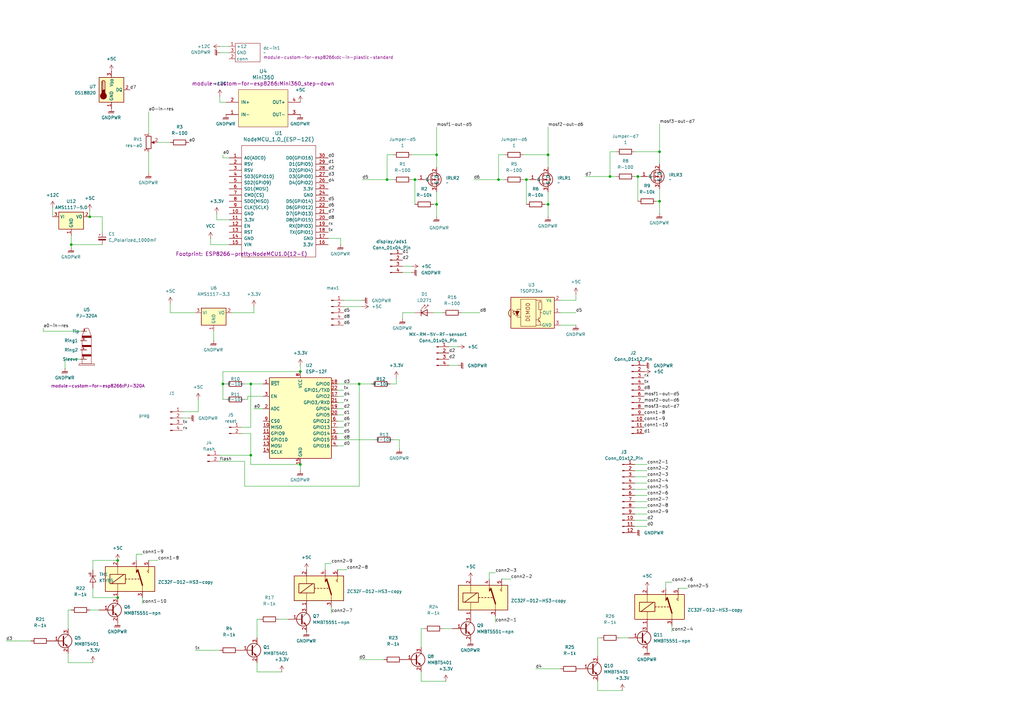
<source format=kicad_sch>
(kicad_sch (version 20231120) (generator "eeschema") (generator_version "8.0")
  (paper "A3")
  (lib_symbols
    (symbol "Connector:Conn_01x02_Pin" (pin_names (offset 1.016) hide)
      (property "Reference" "J" (at 0 2.54 0))
      (property "Value" "Conn_01x02_Pin" (at 0 -5.08 0))
      (symbol "Conn_01x02_Pin_1_1"
        (pin passive line (at 5.08 0 180) (length 3.81) (name "Pin_1") (number "1"))
        (pin passive line (at 5.08 -2.54 180) (length 3.81) (name "Pin_2") (number "2"))
      )
    )
    (symbol "Connector:Conn_01x04_Pin" (pin_names (offset 1.016) hide)
      (property "Reference" "J" (at 0 5.08 0))
      (property "Value" "Conn_01x04_Pin" (at 0 -7.62 0))
      (symbol "Conn_01x04_Pin_1_1"
        (pin passive line (at 5.08 2.54 180) (length 3.81) (name "Pin_1") (number "1"))
        (pin passive line (at 5.08 0 180) (length 3.81) (name "Pin_2") (number "2"))
        (pin passive line (at 5.08 -2.54 180) (length 3.81) (name "Pin_3") (number "3"))
        (pin passive line (at 5.08 -5.08 180) (length 3.81) (name "Pin_4") (number "4"))
      )
    )
    (symbol "Connector:Conn_01x05_Pin" (pin_names (offset 1.016) hide)
      (property "Reference" "J" (at 0 7.62 0))
      (property "Value" "Conn_01x05_Pin" (at 0 -7.62 0))
      (symbol "Conn_01x05_Pin_1_1"
        (pin passive line (at 5.08 5.08 180) (length 3.81) (name "Pin_1") (number "1"))
        (pin passive line (at 5.08 2.54 180) (length 3.81) (name "Pin_2") (number "2"))
        (pin passive line (at 5.08 0 180) (length 3.81) (name "Pin_3") (number "3"))
        (pin passive line (at 5.08 -2.54 180) (length 3.81) (name "Pin_4") (number "4"))
        (pin passive line (at 5.08 -5.08 180) (length 3.81) (name "Pin_5") (number "5"))
      )
    )
    (symbol "Connector:Conn_01x12_Pin" (pin_names (offset 1.016) hide)
      (property "Reference" "J" (at 0 15.24 0))
      (property "Value" "Conn_01x12_Pin" (at 0 -17.78 0))
      (symbol "Conn_01x12_Pin_1_1"
        (pin passive line (at 5.08 12.7 180) (length 3.81) (name "Pin_1") (number "1"))
        (pin passive line (at 5.08 -10.16 180) (length 3.81) (name "Pin_10") (number "10"))
        (pin passive line (at 5.08 -12.7 180) (length 3.81) (name "Pin_11") (number "11"))
        (pin passive line (at 5.08 -15.24 180) (length 3.81) (name "Pin_12") (number "12"))
        (pin passive line (at 5.08 10.16 180) (length 3.81) (name "Pin_2") (number "2"))
        (pin passive line (at 5.08 7.62 180) (length 3.81) (name "Pin_3") (number "3"))
        (pin passive line (at 5.08 5.08 180) (length 3.81) (name "Pin_4") (number "4"))
        (pin passive line (at 5.08 2.54 180) (length 3.81) (name "Pin_5") (number "5"))
        (pin passive line (at 5.08 0 180) (length 3.81) (name "Pin_6") (number "6"))
        (pin passive line (at 5.08 -2.54 180) (length 3.81) (name "Pin_7") (number "7"))
        (pin passive line (at 5.08 -5.08 180) (length 3.81) (name "Pin_8") (number "8"))
        (pin passive line (at 5.08 -7.62 180) (length 3.81) (name "Pin_9") (number "9"))
      )
    )
    (symbol "Device:R_Potentiometer" (pin_names (offset 1.016) hide)
      (property "Reference" "RV" (at -4.445 0 90))
      (property "Value" "R_Potentiometer" (at -2.54 0 90))
      (symbol "R_Potentiometer_1_1"
        (pin passive line (at 0 3.81 270) (length 1.27) (name "1") (number "1"))
        (pin passive line (at 3.81 0 180) (length 1.27) (name "2") (number "2"))
        (pin passive line (at 0 -3.81 90) (length 1.27) (name "3") (number "3"))
      )
    )
    (symbol "ESP8266_import1:NodeMCU_1.0_(ESP-12E)" (pin_names (offset 1.016))
      (property "Reference" "U" (at 0 21.59 0))
      (property "Value" "NodeMCU_1.0_(ESP-12E)" (at 0 -21.59 0))
      (symbol "NodeMCU_1.0_(ESP-12E)_1_1"
        (pin input line (at -20.32 17.78 0) (length 5.08) (name "A0(ADC0)") (number "1"))
        (pin input line (at -20.32 -5.08 0) (length 5.08) (name "GND") (number "10"))
        (pin power_out line (at -20.32 -7.62 0) (length 5.08) (name "3.3V") (number "11"))
        (pin input line (at -20.32 -10.16 0) (length 5.08) (name "EN") (number "12"))
        (pin input line (at -20.32 -12.7 0) (length 5.08) (name "RST") (number "13"))
        (pin power_in line (at -20.32 -15.24 0) (length 5.08) (name "GND") (number "14"))
        (pin power_in line (at -20.32 -17.78 0) (length 5.08) (name "VIN") (number "15"))
        (pin power_out line (at 20.32 -17.78 180) (length 5.08) (name "3.3V") (number "16"))
        (pin power_in line (at 20.32 -15.24 180) (length 5.08) (name "GND") (number "17"))
        (pin bidirectional line (at 20.32 -12.7 180) (length 5.08) (name "TX(GPIO1)") (number "18"))
        (pin bidirectional line (at 20.32 -10.16 180) (length 5.08) (name "RX(DPIO3)") (number "19"))
        (pin input line (at -20.32 15.24 0) (length 5.08) (name "RSV") (number "2"))
        (pin bidirectional line (at 20.32 -7.62 180) (length 5.08) (name "D8(GPIO15)") (number "20"))
        (pin bidirectional line (at 20.32 -5.08 180) (length 5.08) (name "D7(GPIO13)") (number "21"))
        (pin bidirectional line (at 20.32 -2.54 180) (length 5.08) (name "D6(GPIO12)") (number "22"))
        (pin bidirectional line (at 20.32 0 180) (length 5.08) (name "D5(GPIO14)") (number "23"))
        (pin power_in line (at 20.32 2.54 180) (length 5.08) (name "GND") (number "24"))
        (pin power_out line (at 20.32 5.08 180) (length 5.08) (name "3.3V") (number "25"))
        (pin bidirectional line (at 20.32 7.62 180) (length 5.08) (name "D4(GPIO2)") (number "26"))
        (pin bidirectional line (at 20.32 10.16 180) (length 5.08) (name "D3(GPIO0)") (number "27"))
        (pin bidirectional line (at 20.32 12.7 180) (length 5.08) (name "D2(GPIO4)") (number "28"))
        (pin bidirectional line (at 20.32 15.24 180) (length 5.08) (name "D1(GPIO5)") (number "29"))
        (pin input line (at -20.32 12.7 0) (length 5.08) (name "RSV") (number "3"))
        (pin bidirectional line (at 20.32 17.78 180) (length 5.08) (name "D0(GPIO16)") (number "30"))
        (pin bidirectional line (at -20.32 10.16 0) (length 5.08) (name "SD3(GPIO10)") (number "4"))
        (pin bidirectional line (at -20.32 7.62 0) (length 5.08) (name "SD2(GPIO9)") (number "5"))
        (pin bidirectional line (at -20.32 5.08 0) (length 5.08) (name "SD1(MOSI)") (number "6"))
        (pin bidirectional line (at -20.32 2.54 0) (length 5.08) (name "CMD(CS)") (number "7"))
        (pin bidirectional line (at -20.32 0 0) (length 5.08) (name "SDO(MISO)") (number "8"))
        (pin bidirectional line (at -20.32 -2.54 0) (length 5.08) (name "CLK(SCLK)") (number "9"))
      )
    )
    (symbol "Interface_Optical:TSOP23xx" (pin_names (offset 1.016))
      (property "Reference" "U" (at -10.16 7.62 0))
      (property "Value" "TSOP23xx" (at -10.16 -7.62 0))
      (symbol "TSOP23xx_0_0"
        (text "DEMOD" (at -3.175 0.254 900) (effects (font (size 1.524 1.524))))
      )
      (symbol "TSOP23xx_1_1"
        (pin output line (at 10.16 0 180) (length 2.54) (name "OUT") (number "1"))
        (pin power_in line (at 10.16 5.08 180) (length 2.54) (name "Vs") (number "2"))
        (pin power_in line (at 10.16 -5.08 180) (length 2.54) (name "GND") (number "3"))
      )
    )
    (symbol "LED:LD271" (pin_numbers hide) (pin_names (offset 1.016) hide)
      (property "Reference" "D" (at 0.508 1.778 0))
      (property "Value" "LD271" (at -1.016 -2.794 0))
      (symbol "LD271_1_1"
        (pin passive line (at -5.08 0 0) (length 2.54) (name "K") (number "1"))
        (pin passive line (at 2.54 0 180) (length 2.54) (name "A") (number "2"))
      )
    )
    (symbol "RF_Module:ESP-12F"
      (property "Reference" "U" (at -12.7 19.05 0))
      (property "Value" "ESP-12F" (at 12.7 19.05 0))
      (symbol "ESP-12F_1_1"
        (pin input line (at -15.24 15.24 0) (length 2.54) (name "~{RST}") (number "1"))
        (pin bidirectional line (at -15.24 -2.54 0) (length 2.54) (name "MISO") (number "10"))
        (pin bidirectional line (at -15.24 -5.08 0) (length 2.54) (name "GPIO9") (number "11"))
        (pin bidirectional line (at -15.24 -7.62 0) (length 2.54) (name "GPIO10") (number "12"))
        (pin bidirectional line (at -15.24 -10.16 0) (length 2.54) (name "MOSI") (number "13"))
        (pin bidirectional line (at -15.24 -12.7 0) (length 2.54) (name "SCLK") (number "14"))
        (pin power_in line (at 0 -17.78 90) (length 2.54) (name "GND") (number "15"))
        (pin bidirectional line (at 15.24 -7.62 180) (length 2.54) (name "GPIO15") (number "16"))
        (pin bidirectional line (at 15.24 10.16 180) (length 2.54) (name "GPIO2") (number "17"))
        (pin bidirectional line (at 15.24 15.24 180) (length 2.54) (name "GPIO0") (number "18"))
        (pin bidirectional line (at 15.24 5.08 180) (length 2.54) (name "GPIO4") (number "19"))
        (pin input line (at -15.24 5.08 0) (length 2.54) (name "ADC") (number "2"))
        (pin bidirectional line (at 15.24 2.54 180) (length 2.54) (name "GPIO5") (number "20"))
        (pin bidirectional line (at 15.24 7.62 180) (length 2.54) (name "GPIO3/RXD") (number "21"))
        (pin bidirectional line (at 15.24 12.7 180) (length 2.54) (name "GPIO1/TXD") (number "22"))
        (pin input line (at -15.24 10.16 0) (length 2.54) (name "EN") (number "3"))
        (pin bidirectional line (at 15.24 -10.16 180) (length 2.54) (name "GPIO16") (number "4"))
        (pin bidirectional line (at 15.24 -5.08 180) (length 2.54) (name "GPIO14") (number "5"))
        (pin bidirectional line (at 15.24 0 180) (length 2.54) (name "GPIO12") (number "6"))
        (pin bidirectional line (at 15.24 -2.54 180) (length 2.54) (name "GPIO13") (number "7"))
        (pin power_in line (at 0 20.32 270) (length 2.54) (name "VCC") (number "8"))
        (pin input line (at -15.24 0 0) (length 2.54) (name "CS0") (number "9"))
      )
    )
    (symbol "Regulator_Linear:AMS1117-5.0"
      (property "Reference" "U" (at -3.81 3.175 0))
      (property "Value" "AMS1117-5.0" (at 0 3.175 0))
      (symbol "AMS1117-5.0_1_1"
        (pin power_in line (at 0 -7.62 90) (length 2.54) (name "GND") (number "1"))
        (pin power_out line (at 7.62 0 180) (length 2.54) (name "VO") (number "2"))
        (pin power_in line (at -7.62 0 0) (length 2.54) (name "VI") (number "3"))
      )
    )
    (symbol "Sensor_Temperature:DS18B20"
      (property "Reference" "U" (at -3.81 6.35 0))
      (property "Value" "DS18B20" (at 6.35 6.35 0))
      (symbol "DS18B20_1_1"
        (pin power_in line (at 0 -7.62 90) (length 2.54) (name "GND") (number "1"))
        (pin bidirectional line (at 7.62 0 180) (length 2.54) (name "DQ") (number "2"))
        (pin power_in line (at 0 7.62 270) (length 2.54) (name "V_{DD}") (number "3"))
      )
    )
    (symbol "Sensor_Temperature:KTY85" (pin_numbers hide) (pin_names (offset 0) hide)
      (property "Reference" "TH" (at 0 2.54 0))
      (property "Value" "KTY85" (at 0 -3.175 0))
      (symbol "KTY85_1_1"
        (pin passive line (at -3.81 0 0) (length 2.54) (name "K") (number "1"))
        (pin passive line (at 3.81 0 180) (length 2.54) (name "A") (number "2"))
      )
    )
    (symbol "models:AMS1117-3.3"
      (property "Reference" "U" (at -3.81 3.175 0))
      (property "Value" "AMS1117-3.3" (at 0 3.175 0))
      (symbol "AMS1117-3.3_1_1"
        (pin power_in line (at 0 -7.62 90) (length 2.54) (name "GND") (number "1"))
        (pin power_out line (at 7.62 0 180) (length 2.54) (name "VO") (number "2"))
        (pin power_in line (at -7.62 0 0) (length 2.54) (name "VI") (number "3"))
      )
    )
    (symbol "models:IRLR3103"
      (property "Reference" "IRLR3103" (at 8.89 0 0))
      (symbol "IRLR3103_1_1"
        (pin input line (at -6.35 0 0) (length 2.54) (name "G") (number "1"))
        (pin passive line (at 1.27 5.08 270) (length 2.54) (name "D") (number "2"))
        (pin passive line (at 1.27 -5.08 90) (length 2.54) (name "S") (number "3"))
      )
    )
    (symbol "models:MMBT5401-pnp" (pin_names (offset 0) hide)
      (property "Reference" "Q" (at 5.08 1.905 0))
      (property "Value" "MMBT5401" (at 5.08 0 0))
      (symbol "MMBT5401-pnp_1_1"
        (pin input line (at -5.08 0 0) (length 5.715) (name "B") (number "1"))
        (pin passive line (at 2.54 -5.08 90) (length 2.54) (name "E") (number "2"))
        (pin passive line (at 2.54 5.08 270) (length 2.54) (name "C") (number "3"))
      )
    )
    (symbol "models:MMBT5551-npn" (pin_names (offset 0) hide)
      (property "Reference" "Q" (at 5.08 1.905 0))
      (property "Value" "MMBT5551-npn" (at 5.08 0 0))
      (symbol "MMBT5551-npn_1_1"
        (pin input line (at -5.08 0 0) (length 5.715) (name "B") (number "1"))
        (pin passive line (at 2.54 -5.08 90) (length 2.54) (name "E") (number "2"))
        (pin passive line (at 2.54 5.08 270) (length 2.54) (name "C") (number "3"))
      )
    )
    (symbol "models:Mini360" (pin_names (offset 1.016))
      (property "Reference" "U" (at 0 -5.08 0))
      (property "Value" "Mini360" (at 0 5.08 0))
      (property "Footprint" "Mini360_step-down:Mini360_step-down" (at 1.27 -11.43 0))
      (symbol "Mini360_1_1"
        (pin power_in line (at -15.24 -2.54 0) (length 5.08) (name "IN-") (number "1"))
        (pin power_in line (at -15.24 2.54 0) (length 5.08) (name "IN+") (number "2"))
        (pin power_out line (at 15.24 -2.54 180) (length 5.08) (name "OUT-") (number "3"))
        (pin power_out line (at 15.24 2.54 180) (length 5.08) (name "OUT+") (number "4"))
      )
    )
    (symbol "models:PJ-320A" (pin_names (offset 1.016))
      (property "Reference" "U" (at 0 -1.905 0))
      (property "Value" "PJ-320A" (at 0 0 0))
      (property "Footprint" "module-custom-for-esp8266:PJ-320A" (at 0 0 0))
      (symbol "PJ-320A_1_1"
        (pin bidirectional line (at 0 3.81 180) (length 2.54) (name "Sleeve") (number "1"))
        (pin bidirectional line (at 0 15.24 180) (length 2.0066) (name "Tip") (number "2"))
        (pin bidirectional line (at 0 11.43 180) (length 2.54) (name "Ring1") (number "3"))
        (pin bidirectional line (at 0 7.62 180) (length 2.54) (name "Ring2") (number "4"))
      )
    )
    (symbol "models:R-100" (pin_numbers hide) (pin_names (offset 0))
      (property "Reference" "R" (at 2.032 0 90))
      (property "Value" "R-100" (at 0 0 90))
      (symbol "R-100_1_1"
        (pin passive line (at 0 3.81 270) (length 1.27) (name "~") (number "1"))
        (pin passive line (at 0 -3.81 90) (length 1.27) (name "~") (number "2"))
      )
    )
    (symbol "models:R-10k" (pin_numbers hide) (pin_names (offset 0))
      (property "Reference" "R" (at 2.032 0 90))
      (property "Value" "R-10k" (at 0 0 90))
      (symbol "R-10k_1_1"
        (pin passive line (at 0 3.81 270) (length 1.27) (name "~") (number "1"))
        (pin passive line (at 0 -3.81 90) (length 1.27) (name "~") (number "2"))
      )
    )
    (symbol "models:R-1k" (pin_numbers hide) (pin_names (offset 0))
      (property "Reference" "R" (at 2.032 0 90))
      (property "Value" "R-1k" (at 0 0 90))
      (property "JLCPCB Part" "C25905" (at 0 0 0))
      (symbol "R-1k_1_1"
        (pin passive line (at 0 3.81 270) (length 1.27) (name "~") (number "1"))
        (pin passive line (at 0 -3.81 90) (length 1.27) (name "~") (number "2"))
      )
    )
    (symbol "models:ZC32F-012-HS3-copy"
      (property "Reference" "K" (at 11.43 3.81 0))
      (property "Value" "ZC32F-012-HS3-copy" (at 11.43 1.27 0))
      (symbol "ZC32F-012-HS3-copy_1_1"
        (pin passive line (at -5.08 -7.62 90) (length 2.54) (name "~") (number "1"))
        (pin passive line (at -5.08 7.62 270) (length 2.54) (name "~") (number "2"))
        (pin passive line (at 5.08 -7.62 90) (length 2.54) (name "~") (number "3"))
        (pin passive line (at 2.54 7.62 270) (length 2.54) (name "~") (number "4"))
        (pin passive line (at 7.62 7.62 270) (length 2.54) (name "~") (number "5"))
      )
    )
    (symbol "models:c-in-plastic-standard"
      (property "Reference" "dc-in" (at 3.81 2.286 0))
      (property "Footprint" "module-custom-for-esp8266:dc-in-plastic-standard" (at 5.588 4.064 0))
      (symbol "c-in-plastic-standard_1_1"
        (pin input line (at -3.81 0 0) (length 2.54) (name "+12") (number "1"))
        (pin input line (at -3.81 -5.08 0) (length 2.54) (name "conn") (number "2"))
        (pin input line (at -3.81 -2.54 0) (length 2.54) (name "GND") (number "3"))
      )
    )
    (symbol "power:+12C" (power) (pin_numbers hide) (pin_names (offset 0) hide)
      (property "Value" "+12C" (at 0 3.556 0))
      (symbol "+12C_1_1"
        (pin power_in line (at 0 0 90) (length 0) (name "~") (number "1"))
      )
    )
    (symbol "power:+3.3V" (power) (pin_numbers hide) (pin_names (offset 0) hide)
      (property "Value" "+3.3V" (at 0 3.556 0))
      (symbol "+3.3V_1_1"
        (pin power_in line (at 0 0 90) (length 0) (name "~") (number "1"))
      )
    )
    (symbol "power:+5C" (power) (pin_numbers hide) (pin_names (offset 0) hide)
      (property "Value" "+5C" (at 0 3.556 0))
      (symbol "+5C_1_1"
        (pin power_in line (at 0 0 90) (length 0) (name "~") (number "1"))
      )
    )
    (symbol "power:GNDPWR" (power) (pin_numbers hide) (pin_names (offset 0) hide)
      (property "Value" "GNDPWR" (at 0 -3.302 0))
      (symbol "GNDPWR_1_1"
        (pin power_in line (at 0 0 270) (length 0) (name "~") (number "1"))
      )
    )
    (symbol "power:VCC" (power) (pin_numbers hide) (pin_names (offset 0) hide)
      (property "Value" "VCC" (at 0 3.556 0))
      (symbol "VCC_1_1"
        (pin power_in line (at 0 0 90) (length 0) (name "~") (number "1"))
      )
    )
    (symbol "resistor:C_Polarized_Small" (pin_numbers hide) (pin_names (offset 0.254) hide)
      (property "Reference" "C" (at 0.254 1.778 0))
      (property "Value" "C_Polarized_Small" (at 0.254 -2.032 0))
      (symbol "C_Polarized_Small_1_1"
        (pin passive line (at 0 2.54 270) (length 1.8542) (name "~") (number "1"))
        (pin passive line (at 0 -2.54 90) (length 1.8542) (name "~") (number "2"))
      )
    )
    (symbol "resistor:R-base" (pin_numbers hide) (pin_names (offset 0))
      (property "Reference" "R" (at 2.032 0 90))
      (property "Value" "R-base" (at 0 0 90))
      (symbol "R-base_1_1"
        (pin passive line (at 0 3.81 270) (length 1.27) (name "~") (number "1"))
        (pin passive line (at 0 -3.81 90) (length 1.27) (name "~") (number "2"))
      )
    )
  )
  (junction (at 123.19 190.5))
  (junction (at 29.21 100.33))
  (junction (at 261.62 72.39))
  (junction (at 170.18 73.66))
  (junction (at 102.87 186.69))
  (junction (at 36.83 88.9))
  (junction (at 102.87 157.48))
  (junction (at 215.9 73.66))
  (junction (at 179.07 83.82))
  (junction (at 48.26 245.11))
  (junction (at 224.79 63.5))
  (junction (at 158.75 73.66))
  (junction (at 179.07 63.5))
  (junction (at 147.32 157.48))
  (junction (at 204.47 73.66))
  (junction (at 123.19 152.4))
  (junction (at 91.44 157.48))
  (junction (at 250.19 72.39))
  (junction (at 224.79 83.82))
  (junction (at 270.51 82.55))
  (junction (at 48.26 229.87))
  (junction (at 270.51 62.23))
  (wire (pts (xy 21.59 85.09) (xy 21.59 88.9)))
  (wire (pts (xy 261.62 72.39) (xy 262.89 72.39)))
  (wire (pts (xy 270.51 50.8) (xy 270.51 62.23)))
  (wire (pts (xy 162.56 157.48) (xy 162.56 154.94)))
  (wire (pts (xy 203.2 252.73) (xy 203.2 255.27)))
  (wire (pts (xy 224.79 63.5) (xy 214.63 63.5)))
  (wire (pts (xy 100.33 157.48) (xy 102.87 157.48)))
  (wire (pts (xy 38.1 271.78) (xy 27.94 271.78)))
  (wire (pts (xy 204.47 63.5) (xy 207.01 63.5)))
  (wire (pts (xy 275.59 238.76) (xy 273.05 238.76)))
  (wire (pts (xy 161.29 180.34) (xy 163.83 180.34)))
  (wire (pts (xy 41.91 88.9) (xy 36.83 88.9)))
  (wire (pts (xy 147.32 199.39) (xy 147.32 157.48)))
  (wire (pts (xy 165.1 128.27) (xy 170.18 128.27)))
  (wire (pts (xy 184.15 142.24) (xy 187.96 142.24)))
  (wire (pts (xy 138.43 167.64) (xy 140.97 167.64)))
  (wire (pts (xy 69.85 128.27) (xy 80.01 128.27)))
  (wire (pts (xy 91.44 63.5) (xy 91.44 64.77)))
  (wire (pts (xy 38.1 241.3) (xy 38.1 245.11)))
  (wire (pts (xy 269.24 82.55) (xy 270.51 82.55)))
  (wire (pts (xy 255.27 283.21) (xy 245.11 283.21)))
  (wire (pts (xy 270.51 67.31) (xy 270.51 62.23)))
  (wire (pts (xy 138.43 233.68) (xy 142.24 233.68)))
  (wire (pts (xy 88.9 90.17) (xy 93.98 90.17)))
  (wire (pts (xy 240.03 72.39) (xy 250.19 72.39)))
  (wire (pts (xy 64.77 58.42) (xy 69.85 58.42)))
  (wire (pts (xy 138.43 180.34) (xy 153.67 180.34)))
  (wire (pts (xy 140.97 123.19) (xy 148.59 123.19)))
  (wire (pts (xy 90.17 39.37) (xy 90.17 41.91)))
  (wire (pts (xy 229.87 123.19) (xy 236.22 123.19)))
  (wire (pts (xy 26.67 147.32) (xy 26.67 151.13)))
  (wire (pts (xy 260.35 195.58) (xy 265.43 195.58)))
  (wire (pts (xy 223.52 83.82) (xy 224.79 83.82)))
  (wire (pts (xy 80.01 266.7) (xy 90.17 266.7)))
  (wire (pts (xy 27.94 271.78) (xy 27.94 267.97)))
  (wire (pts (xy 182.88 279.4) (xy 172.72 279.4)))
  (wire (pts (xy 86.36 100.33) (xy 93.98 100.33)))
  (wire (pts (xy 219.71 274.32) (xy 229.87 274.32)))
  (wire (pts (xy 148.59 73.66) (xy 158.75 73.66)))
  (wire (pts (xy 138.43 177.8) (xy 140.97 177.8)))
  (wire (pts (xy 140.97 125.73) (xy 148.59 125.73)))
  (wire (pts (xy 115.57 275.59) (xy 105.41 275.59)))
  (wire (pts (xy 114.3 254) (xy 118.11 254)))
  (wire (pts (xy 172.72 257.81) (xy 173.99 257.81)))
  (wire (pts (xy 138.43 182.88) (xy 140.97 182.88)))
  (wire (pts (xy 100.33 199.39) (xy 100.33 189.23)))
  (wire (pts (xy 29.21 96.52) (xy 29.21 100.33)))
  (wire (pts (xy 158.75 63.5) (xy 161.29 63.5)))
  (wire (pts (xy 250.19 72.39) (xy 250.19 62.23)))
  (wire (pts (xy 215.9 73.66) (xy 215.9 83.82)))
  (wire (pts (xy 236.22 123.19) (xy 236.22 120.65)))
  (wire (pts (xy 138.43 170.18) (xy 140.97 170.18)))
  (wire (pts (xy 260.35 190.5) (xy 265.43 190.5)))
  (wire (pts (xy 135.89 248.92) (xy 135.89 251.46)))
  (wire (pts (xy 104.14 125.73) (xy 104.14 128.27)))
  (wire (pts (xy 184.15 149.86) (xy 187.96 149.86)))
  (wire (pts (xy 102.87 190.5) (xy 102.87 186.69)))
  (wire (pts (xy 260.35 203.2) (xy 265.43 203.2)))
  (wire (pts (xy 91.44 152.4) (xy 123.19 152.4)))
  (wire (pts (xy 200.66 234.95) (xy 200.66 237.49)))
  (wire (pts (xy 260.35 72.39) (xy 261.62 72.39)))
  (wire (pts (xy 29.21 100.33) (xy 41.91 100.33)))
  (wire (pts (xy 170.18 73.66) (xy 171.45 73.66)))
  (wire (pts (xy 60.96 45.72) (xy 60.96 54.61)))
  (wire (pts (xy 260.35 213.36) (xy 265.43 213.36)))
  (wire (pts (xy 100.33 163.83) (xy 101.6 163.83)))
  (wire (pts (xy 135.89 231.14) (xy 133.35 231.14)))
  (wire (pts (xy 229.87 128.27) (xy 236.22 128.27)))
  (wire (pts (xy 92.71 163.83) (xy 91.44 163.83)))
  (wire (pts (xy 90.17 21.59) (xy 93.98 21.59)))
  (wire (pts (xy 214.63 73.66) (xy 215.9 73.66)))
  (wire (pts (xy 138.43 175.26) (xy 140.97 175.26)))
  (wire (pts (xy 179.07 52.07) (xy 179.07 63.5)))
  (wire (pts (xy 91.44 152.4) (xy 91.44 157.48)))
  (wire (pts (xy 38.1 229.87) (xy 48.26 229.87)))
  (wire (pts (xy 170.18 73.66) (xy 170.18 83.82)))
  (wire (pts (xy 139.7 97.79) (xy 139.7 100.33)))
  (wire (pts (xy 179.07 68.58) (xy 179.07 63.5)))
  (wire (pts (xy 215.9 73.66) (xy 217.17 73.66)))
  (wire (pts (xy 81.28 163.83) (xy 81.28 168.91)))
  (wire (pts (xy 278.13 241.3) (xy 281.94 241.3)))
  (wire (pts (xy 55.88 227.33) (xy 55.88 229.87)))
  (wire (pts (xy 123.19 190.5) (xy 123.19 193.04)))
  (wire (pts (xy 260.35 215.9) (xy 265.43 215.9)))
  (wire (pts (xy 245.11 283.21) (xy 245.11 279.4)))
  (wire (pts (xy 229.87 133.35) (xy 236.22 133.35)))
  (wire (pts (xy 224.79 68.58) (xy 224.79 63.5)))
  (wire (pts (xy 179.07 83.82) (xy 179.07 88.9)))
  (wire (pts (xy 38.1 245.11) (xy 48.26 245.11)))
  (wire (pts (xy 36.83 250.19) (xy 40.64 250.19)))
  (wire (pts (xy 270.51 62.23) (xy 260.35 62.23)))
  (wire (pts (xy 123.19 190.5) (xy 102.87 190.5)))
  (wire (pts (xy 177.8 83.82) (xy 179.07 83.82)))
  (wire (pts (xy 179.07 63.5) (xy 168.91 63.5)))
  (wire (pts (xy 99.06 175.26) (xy 102.87 175.26)))
  (wire (pts (xy 140.97 162.56) (xy 138.43 162.56)))
  (wire (pts (xy 172.72 265.43) (xy 172.72 257.81)))
  (wire (pts (xy 134.62 97.79) (xy 139.7 97.79)))
  (wire (pts (xy 74.93 171.45) (xy 77.47 171.45)))
  (wire (pts (xy 41.91 95.25) (xy 41.91 88.9)))
  (wire (pts (xy 224.79 83.82) (xy 224.79 78.74)))
  (wire (pts (xy 90.17 19.05) (xy 93.98 19.05)))
  (wire (pts (xy 189.23 128.27) (xy 196.85 128.27)))
  (wire (pts (xy 177.8 128.27) (xy 181.61 128.27)))
  (wire (pts (xy 101.6 162.56) (xy 107.95 162.56)))
  (wire (pts (xy 261.62 72.39) (xy 261.62 82.55)))
  (wire (pts (xy 38.1 233.68) (xy 38.1 229.87)))
  (wire (pts (xy 224.79 52.07) (xy 224.79 63.5)))
  (wire (pts (xy 91.44 157.48) (xy 91.44 163.83)))
  (wire (pts (xy 179.07 83.82) (xy 179.07 78.74)))
  (wire (pts (xy 100.33 199.39) (xy 147.32 199.39)))
  (wire (pts (xy 224.79 83.82) (xy 224.79 88.9)))
  (wire (pts (xy 147.32 270.51) (xy 157.48 270.51)))
  (wire (pts (xy 26.67 147.32) (xy 35.56 147.32)))
  (wire (pts (xy 100.33 189.23) (xy 90.17 189.23)))
  (wire (pts (xy 105.41 275.59) (xy 105.41 271.78)))
  (wire (pts (xy 105.41 254) (xy 106.68 254)))
  (wire (pts (xy 2.54 262.89) (xy 12.7 262.89)))
  (wire (pts (xy 250.19 62.23) (xy 252.73 62.23)))
  (wire (pts (xy 58.42 227.33) (xy 55.88 227.33)))
  (wire (pts (xy 105.41 261.62) (xy 105.41 254)))
  (wire (pts (xy 17.78 135.89) (xy 35.56 135.89)))
  (wire (pts (xy 245.11 261.62) (xy 246.38 261.62)))
  (wire (pts (xy 81.28 168.91) (xy 74.93 168.91)))
  (wire (pts (xy 181.61 257.81) (xy 185.42 257.81)))
  (wire (pts (xy 204.47 73.66) (xy 207.01 73.66)))
  (wire (pts (xy 245.11 269.24) (xy 245.11 261.62)))
  (wire (pts (xy 260.35 205.74) (xy 265.43 205.74)))
  (wire (pts (xy 90.17 41.91) (xy 92.71 41.91)))
  (wire (pts (xy 204.47 73.66) (xy 204.47 63.5)))
  (wire (pts (xy 95.25 128.27) (xy 104.14 128.27)))
  (wire (pts (xy 254 261.62) (xy 257.81 261.62)))
  (wire (pts (xy 270.51 82.55) (xy 270.51 77.47)))
  (wire (pts (xy 86.36 97.79) (xy 86.36 100.33)))
  (wire (pts (xy 172.72 279.4) (xy 172.72 275.59)))
  (wire (pts (xy 133.35 231.14) (xy 133.35 233.68)))
  (wire (pts (xy 250.19 72.39) (xy 252.73 72.39)))
  (wire (pts (xy 102.87 157.48) (xy 102.87 175.26)))
  (wire (pts (xy 138.43 172.72) (xy 140.97 172.72)))
  (wire (pts (xy 27.94 257.81) (xy 27.94 250.19)))
  (wire (pts (xy 165.1 111.76) (xy 168.91 111.76)))
  (wire (pts (xy 158.75 73.66) (xy 158.75 63.5)))
  (wire (pts (xy 123.19 149.86) (xy 123.19 152.4)))
  (wire (pts (xy 270.51 82.55) (xy 270.51 87.63)))
  (wire (pts (xy 102.87 157.48) (xy 107.95 157.48)))
  (wire (pts (xy 168.91 73.66) (xy 170.18 73.66)))
  (wire (pts (xy 165.1 109.22) (xy 168.91 109.22)))
  (wire (pts (xy 194.31 73.66) (xy 204.47 73.66)))
  (wire (pts (xy 158.75 73.66) (xy 161.29 73.66)))
  (wire (pts (xy 163.83 180.34) (xy 163.83 184.15)))
  (wire (pts (xy 140.97 165.1) (xy 138.43 165.1)))
  (wire (pts (xy 91.44 157.48) (xy 92.71 157.48)))
  (wire (pts (xy 160.02 157.48) (xy 162.56 157.48)))
  (wire (pts (xy 36.83 86.36) (xy 36.83 88.9)))
  (wire (pts (xy 60.96 229.87) (xy 64.77 229.87)))
  (wire (pts (xy 88.9 87.63) (xy 88.9 90.17)))
  (wire (pts (xy 58.42 245.11) (xy 58.42 247.65)))
  (wire (pts (xy 102.87 186.69) (xy 90.17 186.69)))
  (wire (pts (xy 101.6 163.83) (xy 101.6 162.56)))
  (wire (pts (xy 138.43 157.48) (xy 147.32 157.48)))
  (wire (pts (xy 17.78 134.62) (xy 17.78 135.89)))
  (wire (pts (xy 260.35 193.04) (xy 265.43 193.04)))
  (wire (pts (xy 60.96 62.23) (xy 60.96 71.12)))
  (wire (pts (xy 87.63 135.89) (xy 87.63 139.7)))
  (wire (pts (xy 260.35 208.28) (xy 265.43 208.28)))
  (wire (pts (xy 165.1 130.81) (xy 165.1 128.27)))
  (wire (pts (xy 205.74 237.49) (xy 209.55 237.49)))
  (wire (pts (xy 29.21 100.33) (xy 29.21 101.6)))
  (wire (pts (xy 102.87 177.8) (xy 102.87 186.69)))
  (wire (pts (xy 104.14 167.64) (xy 107.95 167.64)))
  (wire (pts (xy 27.94 250.19) (xy 29.21 250.19)))
  (wire (pts (xy 99.06 177.8) (xy 102.87 177.8)))
  (wire (pts (xy 91.44 64.77) (xy 93.98 64.77)))
  (wire (pts (xy 140.97 160.02) (xy 138.43 160.02)))
  (wire (pts (xy 260.35 200.66) (xy 265.43 200.66)))
  (wire (pts (xy 69.85 124.46) (xy 69.85 128.27)))
  (wire (pts (xy 260.35 210.82) (xy 265.43 210.82)))
  (wire (pts (xy 275.59 256.54) (xy 275.59 259.08)))
  (wire (pts (xy 147.32 157.48) (xy 152.4 157.48)))
  (wire (pts (xy 260.35 198.12) (xy 265.43 198.12)))
  (wire (pts (xy 273.05 238.76) (xy 273.05 241.3)))
  (wire (pts (xy 203.2 234.95) (xy 200.66 234.95)))
  (label "d2" (at 140.97 167.64 0))
  (label "d8" (at 134.62 90.17 0))
  (label "mosf3-out-d7" (at 270.51 50.8 0))
  (label "conn1-9" (at 58.42 227.33 0))
  (label "d5" (at 236.22 128.27 0))
  (label "rx" (at 140.97 165.1 0))
  (label "conn2-7" (at 265.43 205.74 0))
  (label "conn2-3" (at 203.2 234.95 0))
  (label "a0" (at 77.47 58.42 0))
  (label "conn1-9" (at 264.16 172.72 0))
  (label "tx" (at 80.01 266.7 0))
  (label "d0" (at 134.62 64.77 0))
  (label "a0" (at 91.44 63.5 0))
  (label "tx" (at 140.97 160.02 0))
  (label "conn2-3" (at 265.43 195.58 0))
  (label "mosf1-out-d5" (at 264.16 162.56 0))
  (label "d1" (at 264.16 177.8 0))
  (label "rx" (at 74.93 176.53 0))
  (label "conn2-4" (at 265.43 198.12 0))
  (label "tx" (at 134.62 95.25 0))
  (label "mosf3-out-d7" (at 264.16 167.64 0))
  (label "d3" (at 2.54 262.89 0))
  (label "a0" (at 104.14 167.64 0))
  (label "rx" (at 134.62 92.71 0))
  (label "d7" (at 53.34 36.83 0))
  (label "d2" (at 165.1 106.68 0))
  (label "mosf1-out-d5" (at 179.07 52.07 0))
  (label "d8" (at 140.97 130.81 0))
  (label "d5" (at 148.59 73.66 0))
  (label "d0" (at 147.32 270.51 0))
  (label "conn2-4" (at 275.59 259.08 0))
  (label "flash" (at 90.17 189.23 0))
  (label "d8" (at 264.16 160.02 0))
  (label "conn2-6" (at 265.43 203.2 0))
  (label "d1" (at 165.1 104.14 0))
  (label "d8" (at 140.97 180.34 0))
  (label "d4" (at 140.97 162.56 0))
  (label "conn2-1" (at 203.2 255.27 0))
  (label "d5" (at 140.97 128.27 0))
  (label "conn2-5" (at 281.94 241.3 0))
  (label "d6" (at 134.62 85.09 0))
  (label "d7" (at 134.62 87.63 0))
  (label "conn2-6" (at 275.59 238.76 0))
  (label "d7" (at 240.03 72.39 0))
  (label "conn2-2" (at 209.55 237.49 0))
  (label "conn2-2" (at 265.43 193.04 0))
  (label "conn2-7" (at 135.89 251.46 0))
  (label "d2" (at 184.15 147.32 0))
  (label "d3" (at 134.62 72.39 0))
  (label "d2" (at 265.43 213.36 0))
  (label "d1" (at 134.62 67.31 0))
  (label "mosf2-out-d6" (at 264.16 165.1 0))
  (label "d3" (at 140.97 157.48 0))
  (label "d0" (at 265.43 215.9 0))
  (label "d8" (at 196.85 128.27 0))
  (label "tx" (at 74.93 173.99 0))
  (label "rx" (at 264.16 154.94 0))
  (label "conn2-8" (at 265.43 208.28 0))
  (label "d5" (at 134.62 82.55 0))
  (label "mosf2-out-d6" (at 224.79 52.07 0))
  (label "d1" (at 140.97 170.18 0))
  (label "d2" (at 184.15 144.78 0))
  (label "d6" (at 140.97 133.35 0))
  (label "d6" (at 140.97 172.72 0))
  (label "conn1-8" (at 264.16 170.18 0))
  (label "d2" (at 134.62 69.85 0))
  (label "conn1-10" (at 264.16 175.26 0))
  (label "tx" (at 264.16 157.48 0))
  (label "conn2-1" (at 265.43 190.5 0))
  (label "conn2-8" (at 142.24 233.68 0))
  (label "d4" (at 219.71 274.32 0))
  (label "d7" (at 140.97 175.26 0))
  (label "conn1-8" (at 64.77 229.87 0))
  (label "d5" (at 140.97 177.8 0))
  (label "conn1-10" (at 58.42 247.65 0))
  (label "a0-in-res" (at 60.96 45.72 0))
  (label "d0" (at 140.97 182.88 0))
  (label "conn2-5" (at 265.43 200.66 0))
  (label "conn2-9" (at 135.89 231.14 0))
  (label "d4" (at 134.62 74.93 0))
  (label "a0-in-res" (at 17.78 134.62 0))
  (label "conn2-9" (at 265.43 210.82 0))
  (label "d6" (at 194.31 73.66 0))
  (symbol (lib_id "Connector:Conn_01x04_Pin") (at 160.02 106.68 0) (unit 1)
    (property "Reference" "display/ads1" (at 160.655 99.06 0))
    (property "Value" "Conn_01x04_Pin" (at 160.655 101.6 0))
    (property "Footprint" "Connector_PinHeader_2.54mm:PinHeader_1x04_P2.54mm_Vertical" (effects (hide yes)))
    (property "Description" "Generic connector, single row, 01x04, script generated" (effects (hide yes)))
  )
  (symbol (lib_id "power:+3.3V") (at 38.1 271.78 0) (unit 1)
    (property "Reference" "#PWR048" (effects (hide yes)))
    (property "Value" "+3.3V" (at 38.1 266.7 0))
    (property "Description" "Power symbol creates a global label with name \"+3.3V\"" (effects (hide yes)))
  )
  (symbol (lib_id "models:R-1k") (at 16.51 262.89 270) (unit 1)
    (property "Reference" "R21" (at 16.51 254 90))
    (property "Value" "R-1k" (at 16.51 256.54 90))
    (property "Footprint" "Resistor_SMD:R_0805_2012Metric" (effects (hide yes)))
    (property "Description" "Resistor" (effects (hide yes)))
    (property "LCSC Part" "C25905" (effects (hide yes)))
    (property "Supplier" "LCSCRef" (effects (hide yes)))
  )
  (symbol (lib_id "models:MMBT5551-npn") (at 190.5 257.81 0) (unit 1)
    (property "Reference" "Q9" (at 195.58 256.5399 0) (effects (justify left)))
    (property "Value" "MMBT5551-npn" (at 195.58 259.0799 0) (effects (justify left)))
    (property "Footprint" "Package_TO_SOT_SMD:SOT-23" (effects (hide yes)))
    (property "Datasheet" "www.onsemi.com/pub/Collateral/MMBT5550LT1-D.PDF" (effects (hide yes)))
    (property "Description" "160V 300mW 200@10mA,5V 600mA NPN SOT-23 Bipolar (BJT) ROHS" (effects (hide yes)))
    (property "LCSC Part" "C2145" (effects (hide yes)))
    (property "Supplier" "LCSCRef" (effects (hide yes)))
  )
  (symbol (lib_id "Connector:Conn_01x12_Pin") (at 259.08 162.56 0) (unit 1)
    (property "Reference" "J2" (at 259.715 144.78 0))
    (property "Value" "Conn_01x12_Pin" (at 259.715 147.32 0))
    (property "Footprint" "module-custom-for-esp8266:connector-12-green-mini" (effects (hide yes)))
    (property "Description" "Generic connector, single row, 01x12, script generated" (effects (hide yes)))
  )
  (symbol (lib_id "power:+3.3V") (at 115.57 275.59 0) (unit 1)
    (property "Reference" "#PWR022" (effects (hide yes)))
    (property "Value" "+3.3V" (at 115.57 270.51 0))
    (property "Description" "Power symbol creates a global label with name \"+3.3V\"" (effects (hide yes)))
  )
  (symbol (lib_id "Connector:Conn_01x04_Pin") (at 179.07 144.78 0) (unit 1)
    (property "Reference" "MX-RM-5V-RF-sensor1" (at 179.705 137.16 0))
    (property "Value" "Conn_01x04_Pin" (at 179.705 139.7 0))
    (property "Footprint" "module-custom-for-esp8266:RF_Receiver_433_MHz" (effects (hide yes)))
    (property "Description" "Generic connector, single row, 01x04, script generated" (effects (hide yes)))
  )
  (symbol (lib_id "models:R-10k") (at 96.52 157.48 90) (unit 1)
    (property "Reference" "R10" (at 96.52 155.448 90))
    (property "Value" "R-10k" (at 96.52 157.48 90))
    (property "Footprint" "Resistor_SMD:R_0805_2012Metric" (effects (hide yes)))
    (property "Description" "Resistor" (effects (hide yes)))
    (property "LCSC Part" "C17414" (effects (hide yes)))
    (property "Supplier" "LCSCRef" (effects (hide yes)))
  )
  (symbol (lib_id "models:ZC32F-012-HS3-copy") (at 270.51 248.92 0) (unit 1)
    (property "Reference" "K7" (effects (hide yes)))
    (property "Value" "ZC32F-012-HS3-copy" (at 281.94 250.1899 0) (effects (justify left)))
    (property "Footprint" "module-custom-for-esp8266:ZC32F-012-HS3" (effects (hide yes)))
    (property "Datasheet" "https://standexelectronics.com/wp-content/uploads/datasheet_reed_relay_SIL.pdf" (effects (hide yes)))
    (property "Description" "Standex Meder SIL reed relay, SPDT" (effects (hide yes)))
  )
  (symbol (lib_id "power:+5C") (at 123.19 41.91 0) (unit 1)
    (property "Reference" "#PWR029" (effects (hide yes)))
    (property "Value" "+5C" (at 123.19 36.83 0))
    (property "Description" "Power symbol creates a global label with name \"+5C\"" (effects (hide yes)))
  )
  (symbol (lib_id "models:ZC32F-012-HS3-copy") (at 130.81 241.3 0) (unit 1)
    (property "Reference" "K5" (effects (hide yes)))
    (property "Value" "ZC32F-012-HS3-copy" (at 142.24 242.5699 0) (effects (justify left)))
    (property "Footprint" "module-custom-for-esp8266:ZC32F-012-HS3" (effects (hide yes)))
    (property "Datasheet" "https://standexelectronics.com/wp-content/uploads/datasheet_reed_relay_SIL.pdf" (effects (hide yes)))
    (property "Description" "Standex Meder SIL reed relay, SPDT" (effects (hide yes)))
  )
  (symbol (lib_id "power:+5C") (at 168.91 109.22 270) (unit 1)
    (property "Reference" "#PWR041" (effects (hide yes)))
    (property "Value" "+5C" (at 172.72 109.2199 90) (effects (justify left)))
    (property "Description" "Power symbol creates a global label with name \"+5C\"" (effects (hide yes)))
  )
  (symbol (lib_id "Connector:Conn_01x04_Pin") (at 69.85 171.45 0) (unit 1)
    (property "Reference" "J1" (at 70.485 161.29 0))
    (property "Value" "prog" (at 59.182 170.434 0))
    (property "Footprint" "Connector_PinHeader_2.54mm:PinHeader_1x04_P2.54mm_Vertical" (effects (hide yes)))
    (property "Description" "Generic connector, single row, 01x04, script generated" (effects (hide yes)))
  )
  (symbol (lib_id "Connector:Conn_01x05_Pin") (at 135.89 128.27 0) (unit 1)
    (property "Reference" "max1" (at 136.525 118.11 0))
    (property "Footprint" "Connector_PinHeader_2.54mm:PinHeader_1x05_P2.54mm_Vertical" (effects (hide yes)))
    (property "Description" "Generic connector, single row, 01x05, script generated" (effects (hide yes)))
  )
  (symbol (lib_id "Device:R_Potentiometer") (at 60.96 58.42 0) (unit 1)
    (property "Reference" "RV1" (at 58.42 57.1499 0) (effects (justify right)))
    (property "Value" "res-a0" (at 58.42 59.6899 0) (effects (justify right)))
    (property "Footprint" "Potentiometer_THT:Potentiometer_Bourns_3296W_Vertical" (effects (hide yes)))
    (property "Description" "Potentiometer" (effects (hide yes)))
  )
  (symbol (lib_id "power:GNDPWR") (at 236.22 133.35 0) (unit 1)
    (property "Reference" "#PWR031" (effects (hide yes)))
    (property "Value" "GNDPWR" (at 236.093 137.16 0))
    (property "Description" "Power symbol creates a global label with name \"GNDPWR\" , global ground" (effects (hide yes)))
  )
  (symbol (lib_id "power:+5C") (at 187.96 142.24 270) (unit 1)
    (property "Reference" "#PWR043" (effects (hide yes)))
    (property "Value" "+5C" (at 191.77 142.2399 90) (effects (justify left)))
    (property "Description" "Power symbol creates a global label with name \"+5C\"" (effects (hide yes)))
  )
  (symbol (lib_id "models:R-100") (at 73.66 58.42 90) (unit 1)
    (property "Reference" "R3" (at 73.66 52.07 90))
    (property "Value" "R-100" (at 73.66 54.61 90))
    (property "Footprint" "Resistor_SMD:R_0805_2012Metric" (effects (hide yes)))
    (property "Description" "Resistor" (effects (hide yes)))
    (property "LCSC Part" "C17408" (effects (hide yes)))
    (property "Supplier" "LCSCRef" (effects (hide yes)))
  )
  (symbol (lib_id "power:GNDPWR") (at 168.91 111.76 90) (unit 1)
    (property "Reference" "#PWR042" (effects (hide yes)))
    (property "Value" "GNDPWR" (at 172.72 111.8869 90) (effects (justify right)))
    (property "Description" "Power symbol creates a global label with name \"GNDPWR\" , global ground" (effects (hide yes)))
  )
  (symbol (lib_id "power:GNDPWR") (at 260.35 218.44 90) (unit 1)
    (property "Reference" "#PWR046" (effects (hide yes)))
    (property "Value" "GNDPWR" (at 264.16 218.5669 90) (effects (justify right)))
    (property "Description" "Power symbol creates a global label with name \"GNDPWR\" , global ground" (effects (hide yes)))
  )
  (symbol (lib_id "resistor:R-base") (at 256.54 62.23 90) (unit 1)
    (property "Reference" "Jumper-d7" (at 256.54 55.88 90))
    (property "Value" "1" (at 256.54 58.42 90))
    (property "Footprint" "Resistor_SMD:R_0805_2012Metric" (effects (hide yes)))
    (property "Description" "Resistor" (effects (hide yes)))
  )
  (symbol (lib_id "power:GNDPWR") (at 60.96 71.12 0) (unit 1)
    (property "Reference" "#PWR03" (effects (hide yes)))
    (property "Value" "GNDPWR" (at 60.833 74.93 0))
    (property "Description" "Power symbol creates a global label with name \"GNDPWR\" , global ground" (effects (hide yes)))
  )
  (symbol (lib_id "power:+5C") (at 148.59 125.73 270) (unit 1)
    (property "Reference" "#PWR040" (effects (hide yes)))
    (property "Value" "+5C" (at 152.4 125.7299 90) (effects (justify left)))
    (property "Description" "Power symbol creates a global label with name \"+5C\"" (effects (hide yes)))
  )
  (symbol (lib_id "power:GNDPWR") (at 92.71 46.99 0) (unit 1)
    (property "Reference" "#PWR020" (effects (hide yes)))
    (property "Value" "GNDPWR" (at 92.583 50.8 0))
    (property "Description" "Power symbol creates a global label with name \"GNDPWR\" , global ground" (effects (hide yes)))
  )
  (symbol (lib_id "models:IRLR3103") (at 223.52 73.66 0) (unit 1)
    (property "Reference" "IRLR1" (at 228.6 73.0249 0) (effects (justify left)))
    (property "Value" "~" (at 228.6 74.93 0) (effects (justify left)))
    (property "Footprint" "Package_TO_SOT_SMD:TO-252-2" (effects (hide yes)))
  )
  (symbol (lib_id "power:GNDPWR") (at 87.63 139.7 0) (unit 1)
    (property "Reference" "#PWR026" (effects (hide yes)))
    (property "Value" "GNDPWR" (at 87.503 143.51 0))
    (property "Description" "Power symbol creates a global label with name \"GNDPWR\" , global ground" (effects (hide yes)))
  )
  (symbol (lib_id "models:R-10k") (at 157.48 180.34 90) (unit 1)
    (property "Reference" "R13" (at 157.48 178.308 90))
    (property "Value" "R-10k" (at 157.48 180.34 90))
    (property "Footprint" "Resistor_SMD:R_0805_2012Metric" (effects (hide yes)))
    (property "Description" "Resistor" (effects (hide yes)))
    (property "LCSC Part" "C17414" (effects (hide yes)))
    (property "Supplier" "LCSCRef" (effects (hide yes)))
  )
  (symbol (lib_id "models:R-100") (at 256.54 72.39 90) (unit 1)
    (property "Reference" "R8" (at 256.54 66.04 90))
    (property "Value" "R-100" (at 256.54 68.58 90))
    (property "Footprint" "Resistor_SMD:R_0805_2012Metric" (effects (hide yes)))
    (property "Description" "Resistor" (effects (hide yes)))
    (property "LCSC Part" "C17408" (effects (hide yes)))
    (property "Supplier" "LCSCRef" (effects (hide yes)))
  )
  (symbol (lib_id "power:+5C") (at 36.83 86.36 0) (unit 1)
    (property "Reference" "#PWR024" (effects (hide yes)))
    (property "Value" "+5C" (at 36.83 81.28 0))
    (property "Description" "Power symbol creates a global label with name \"+5C\"" (effects (hide yes)))
  )
  (symbol (lib_id "resistor:C_Polarized_Small") (at 41.91 97.79 0) (unit 1)
    (property "Reference" "C1" (at 44.45 95.9738 0) (effects (justify left)))
    (property "Value" "C_Polarized_1000mF" (at 44.45 98.5138 0) (effects (justify left)))
    (property "Footprint" "Capacitor_THT:CP_Radial_D10.0mm_P3.50mm" (effects (hide yes)))
    (property "Description" "Polarized capacitor, small symbol" (effects (hide yes)))
  )
  (symbol (lib_id "power:+12C") (at 21.59 85.09 0) (unit 1)
    (property "Reference" "#PWR08" (effects (hide yes)))
    (property "Value" "+12C" (at 21.59 80.01 0))
    (property "Description" "Power symbol creates a global label with name \"+12C\"" (effects (hide yes)))
  )
  (symbol (lib_id "models:PJ-320A") (at 35.56 151.13 0) (unit 1)
    (property "Reference" "U5" (at 35.56 127 0))
    (property "Value" "PJ-320A" (at 35.56 129.54 0))
    (property "Footprint" "module-custom-for-esp8266:PJ-320A" (at 40.132 158.242 0))
    (property "LCSC Part" "C2884926" (effects (hide yes)))
    (property "Supplier" "LCSCRef" (effects (hide yes)))
  )
  (symbol (lib_id "power:GNDPWR") (at 179.07 88.9 0) (unit 1)
    (property "Reference" "#PWR04" (effects (hide yes)))
    (property "Value" "GNDPWR" (at 180.086 93.472 0))
    (property "Description" "Power symbol creates a global label with name \"GNDPWR\" , global ground" (effects (hide yes)))
  )
  (symbol (lib_id "Interface_Optical:TSOP23xx") (at 219.71 128.27 0) (unit 1)
    (property "Reference" "U3" (at 217.975 116.84 0))
    (property "Value" "TSOP23xx" (at 217.975 119.38 0))
    (property "Footprint" "OptoDevice:Vishay_MOLD-3Pin" (effects (hide yes)))
    (property "Datasheet" "http://www.vishay.com/docs/82460/tsop45.pdf" (effects (hide yes)))
    (property "Description" "IR Receiver Modules for Remote Control Systems" (effects (hide yes)))
  )
  (symbol (lib_id "power:+12C") (at 125.73 233.68 0) (unit 1)
    (property "Reference" "#PWR034" (effects (hide yes)))
    (property "Value" "+5C" (at 125.73 228.6 0))
    (property "Description" "Power symbol creates a global label with name \"+12C\"" (effects (hide yes)))
  )
  (symbol (lib_id "power:+5C") (at 45.72 29.21 0) (unit 1)
    (property "Reference" "#PWR038" (effects (hide yes)))
    (property "Value" "+5C" (at 45.72 24.13 0))
    (property "Description" "Power symbol creates a global label with name \"+5C\"" (effects (hide yes)))
  )
  (symbol (lib_id "models:R-10k") (at 156.21 157.48 90) (unit 1)
    (property "Reference" "R12" (at 156.21 155.448 90))
    (property "Value" "R-10k" (at 156.21 157.48 90))
    (property "Footprint" "Resistor_SMD:R_0805_2012Metric" (effects (hide yes)))
    (property "Description" "Resistor" (effects (hide yes)))
    (property "LCSC Part" "C17414" (effects (hide yes)))
    (property "Supplier" "LCSCRef" (effects (hide yes)))
  )
  (symbol (lib_id "models:MMBT5401-pnp") (at 25.4 262.89 0) (unit 1)
    (property "Reference" "Q5" (at 30.48 261.6199 0) (effects (justify left)))
    (property "Value" "MMBT5401" (at 30.48 264.1599 0) (effects (justify left)))
    (property "Footprint" "Package_TO_SOT_SMD:SOT-23" (effects (hide yes)))
    (property "Datasheet" "https://www.onsemi.com/pub/Collateral/BC808-D.pdf" (effects (hide yes)))
    (property "Description" "150V 300mW 200@10mA,5V 600mA PNP SOT-23 Bipolar (BJT) ROHS" (effects (hide yes)))
    (property "LCSC Part" "C8326" (effects (hide yes)))
    (property "Supplier" "LCSCRef" (effects (hide yes)))
  )
  (symbol (lib_id "power:+12C") (at 48.26 229.87 0) (unit 1)
    (property "Reference" "#PWR047" (effects (hide yes)))
    (property "Value" "+5C" (at 48.26 224.79 0))
    (property "Description" "Power symbol creates a global label with name \"+12C\"" (effects (hide yes)))
  )
  (symbol (lib_id "models:R-1k") (at 33.02 250.19 270) (unit 1)
    (property "Reference" "R22" (at 33.02 241.3 90))
    (property "Value" "R-1k" (at 33.02 243.84 90))
    (property "Footprint" "Resistor_SMD:R_0805_2012Metric" (effects (hide yes)))
    (property "Description" "Resistor" (effects (hide yes)))
    (property "LCSC Part" "C25905" (effects (hide yes)))
    (property "Supplier" "LCSCRef" (effects (hide yes)))
  )
  (symbol (lib_id "models:R-1k") (at 250.19 261.62 270) (unit 1)
    (property "Reference" "R26" (at 250.19 252.73 90))
    (property "Value" "R-1k" (at 250.19 255.27 90))
    (property "Footprint" "Resistor_SMD:R_0805_2012Metric" (effects (hide yes)))
    (property "Description" "Resistor" (effects (hide yes)))
    (property "LCSC Part" "C25905" (effects (hide yes)))
    (property "Supplier" "LCSCRef" (effects (hide yes)))
  )
  (symbol (lib_id "power:GNDPWR") (at 270.51 87.63 0) (unit 1)
    (property "Reference" "#PWR06" (effects (hide yes)))
    (property "Value" "GNDPWR" (at 270.383 91.44 0))
    (property "Description" "Power symbol creates a global label with name \"GNDPWR\" , global ground" (effects (hide yes)))
  )
  (symbol (lib_id "Sensor_Temperature:KTY85") (at 38.1 237.49 270) (unit 1)
    (property "Reference" "TH1" (at 40.64 235.5976 90) (effects (justify left)))
    (property "Value" "KTY85" (at 40.64 238.1376 90) (effects (justify left)))
    (property "Footprint" "Diode_SMD:D_SOD-123" (effects (hide yes)))
    (property "Datasheet" "http://www.nxp.com/documents/other/SC17_GENERAL_TEMP_1996_3.pdf" (effects (hide yes)))
    (property "Description" "KTY85 series silicon temperature sensors, polarized, SOD80" (effects (hide yes)))
  )
  (symbol (lib_id "models:R-100") (at 210.82 73.66 90) (unit 1)
    (property "Reference" "R5" (at 210.82 67.31 90))
    (property "Value" "R-100" (at 210.82 69.85 90))
    (property "Footprint" "Resistor_SMD:R_0805_2012Metric" (effects (hide yes)))
    (property "Description" "Resistor" (effects (hide yes)))
    (property "LCSC Part" "C17408" (effects (hide yes)))
    (property "Supplier" "LCSCRef" (effects (hide yes)))
  )
  (symbol (lib_id "ESP8266_import1:NodeMCU_1.0_(ESP-12E)") (at 114.3 82.55 0) (unit 1) (exclude_from_sim yes) (on_board no)
    (property "Reference" "U1" (at 114.3 54.61 0) (effects (font (size 1.524 1.524))))
    (property "Value" "NodeMCU_1.0_(ESP-12E)" (at 114.3 57.15 0) (effects (font (size 1.524 1.524))))
    (property "Footprint" "ESP8266-pretty:NodeMCU1.0(12-E)" (at 99.06 104.14 0) (show_name yes) (effects (font (size 1.524 1.524))))
  )
  (symbol (lib_id "LED:LD271") (at 175.26 128.27 0) (unit 1)
    (property "Reference" "D1" (at 174.117 120.65 0))
    (property "Value" "LD271" (at 174.117 123.19 0))
    (property "Footprint" "LED_THT:LED_D5.0mm_IRGrey" (effects (hide yes)))
    (property "Datasheet" "http://www.alliedelec.com/m/d/40788c34903a719969df15f1fbea1056.pdf" (effects (hide yes)))
    (property "Description" "940nm IR-LED, 5mm" (effects (hide yes)))
  )
  (symbol (lib_id "power:+3.3V") (at 123.19 149.86 0) (unit 1)
    (property "Reference" "#PWR012" (effects (hide yes)))
    (property "Value" "+3.3V" (at 123.19 144.78 0))
    (property "Description" "Power symbol creates a global label with name \"+3.3V\"" (effects (hide yes)))
  )
  (symbol (lib_id "models:IRLR3103") (at 177.8 73.66 0) (unit 1)
    (property "Reference" "IRLR2" (at 182.88 73.0249 0) (effects (justify left)))
    (property "Value" "~" (at 182.88 74.93 0) (effects (justify left)))
    (property "Footprint" "Package_TO_SOT_SMD:TO-252-2" (effects (hide yes)))
  )
  (symbol (lib_id "models:ZC32F-012-HS3-copy") (at 53.34 237.49 0) (unit 1)
    (property "Reference" "K3" (effects (hide yes)))
    (property "Value" "ZC32F-012-HS3-copy" (at 64.77 238.7599 0) (effects (justify left)))
    (property "Footprint" "module-custom-for-esp8266:ZC32F-012-HS3" (effects (hide yes)))
    (property "Datasheet" "https://standexelectronics.com/wp-content/uploads/datasheet_reed_relay_SIL.pdf" (effects (hide yes)))
    (property "Description" "Standex Meder SIL reed relay, SPDT" (effects (hide yes)))
  )
  (symbol (lib_id "models:R-100") (at 165.1 73.66 90) (unit 1)
    (property "Reference" "R1" (at 165.1 67.31 90))
    (property "Value" "R-100" (at 165.1 69.85 90))
    (property "Footprint" "Resistor_SMD:R_0805_2012Metric" (effects (hide yes)))
    (property "Description" "Resistor" (effects (hide yes)))
    (property "LCSC Part" "C17408" (effects (hide yes)))
    (property "Supplier" "LCSCRef" (effects (hide yes)))
  )
  (symbol (lib_id "power:GNDPWR") (at 123.19 46.99 0) (unit 1)
    (property "Reference" "#PWR028" (effects (hide yes)))
    (property "Value" "GNDPWR" (at 123.063 50.8 0))
    (property "Description" "Power symbol creates a global label with name \"GNDPWR\" , global ground" (effects (hide yes)))
  )
  (symbol (lib_id "models:R-1k") (at 177.8 257.81 270) (unit 1)
    (property "Reference" "R24" (at 177.8 248.92 90))
    (property "Value" "R-1k" (at 177.8 251.46 90))
    (property "Footprint" "Resistor_SMD:R_0805_2012Metric" (effects (hide yes)))
    (property "Description" "Resistor" (effects (hide yes)))
    (property "LCSC Part" "C25905" (effects (hide yes)))
    (property "Supplier" "LCSCRef" (effects (hide yes)))
  )
  (symbol (lib_id "power:GNDPWR") (at 123.19 193.04 0) (unit 1)
    (property "Reference" "#PWR013" (effects (hide yes)))
    (property "Value" "GNDPWR" (at 123.063 196.85 0))
    (property "Description" "Power symbol creates a global label with name \"GNDPWR\" , global ground" (effects (hide yes)))
  )
  (symbol (lib_id "models:R-1k") (at 110.49 254 270) (unit 1)
    (property "Reference" "R17" (at 110.49 245.11 90))
    (property "Value" "R-1k" (at 110.49 247.65 90))
    (property "Footprint" "Resistor_SMD:R_0805_2012Metric" (effects (hide yes)))
    (property "Description" "Resistor" (effects (hide yes)))
    (property "LCSC Part" "C25905" (effects (hide yes)))
    (property "Supplier" "LCSCRef" (effects (hide yes)))
  )
  (symbol (lib_id "power:GNDPWR") (at 187.96 149.86 90) (unit 1)
    (property "Reference" "#PWR044" (effects (hide yes)))
    (property "Value" "GNDPWR" (at 191.77 149.9869 90) (effects (justify right)))
    (property "Description" "Power symbol creates a global label with name \"GNDPWR\" , global ground" (effects (hide yes)))
  )
  (symbol (lib_id "power:GNDPWR") (at 125.73 259.08 0) (unit 1)
    (property "Reference" "#PWR049" (effects (hide yes)))
    (property "Value" "GNDPWR" (at 125.603 262.89 0))
    (property "Description" "Power symbol creates a global label with name \"GNDPWR\" , global ground" (effects (hide yes)))
  )
  (symbol (lib_id "power:+3.3V") (at 182.88 279.4 0) (unit 1)
    (property "Reference" "#PWR050" (effects (hide yes)))
    (property "Value" "+3.3V" (at 182.88 274.32 0))
    (property "Description" "Power symbol creates a global label with name \"+3.3V\"" (effects (hide yes)))
  )
  (symbol (lib_id "power:+5C") (at 264.16 152.4 270) (unit 1)
    (property "Reference" "#PWR09" (effects (hide yes)))
    (property "Value" "+5C" (at 267.97 152.3999 90) (effects (justify left)))
    (property "Description" "Power symbol creates a global label with name \"+5C\"" (effects (hide yes)))
  )
  (symbol (lib_id "power:GNDPWR") (at 224.79 88.9 0) (unit 1)
    (property "Reference" "#PWR05" (effects (hide yes)))
    (property "Value" "GNDPWR" (at 224.663 92.71 0))
    (property "Description" "Power symbol creates a global label with name \"GNDPWR\" , global ground" (effects (hide yes)))
  )
  (symbol (lib_id "power:GNDPWR") (at 193.04 262.89 0) (unit 1)
    (property "Reference" "#PWR052" (effects (hide yes)))
    (property "Value" "GNDPWR" (at 192.913 266.7 0))
    (property "Description" "Power symbol creates a global label with name \"GNDPWR\" , global ground" (effects (hide yes)))
  )
  (symbol (lib_id "models:Mini360") (at 107.95 44.45 0) (unit 1)
    (property "Reference" "U4" (at 107.95 29.21 0) (effects (font (size 1.524 1.524))))
    (property "Value" "Mini360" (at 107.95 31.75 0) (effects (font (size 1.524 1.524))))
    (property "Footprint" "module-custom-for-esp8266:Mini360_step-down" (at 107.95 34.29 0) (effects (font (size 1.524 1.524))))
  )
  (symbol (lib_id "models:R-10k") (at 219.71 83.82 270) (unit 1)
    (property "Reference" "R6" (at 219.71 77.47 90))
    (property "Value" "R-10k" (at 219.71 80.01 90))
    (property "Footprint" "Resistor_SMD:R_0805_2012Metric" (effects (hide yes)))
    (property "Description" "Resistor" (effects (hide yes)))
    (property "LCSC Part" "C17414" (effects (hide yes)))
    (property "Supplier" "LCSCRef" (effects (hide yes)))
  )
  (symbol (lib_id "models:R-10k") (at 173.99 83.82 270) (unit 1)
    (property "Reference" "R2" (at 173.99 77.47 90))
    (property "Value" "R-10k" (at 173.99 80.01 90))
    (property "Footprint" "Resistor_SMD:R_0805_2012Metric" (effects (hide yes)))
    (property "Description" "Resistor" (effects (hide yes)))
    (property "LCSC Part" "C17414" (effects (hide yes)))
    (property "Supplier" "LCSCRef" (effects (hide yes)))
  )
  (symbol (lib_id "models:MMBT5551-npn") (at 262.89 261.62 0) (unit 1)
    (property "Reference" "Q11" (at 267.97 260.3499 0) (effects (justify left)))
    (property "Value" "MMBT5551-npn" (at 267.97 262.8899 0) (effects (justify left)))
    (property "Footprint" "Package_TO_SOT_SMD:SOT-23" (effects (hide yes)))
    (property "Datasheet" "www.onsemi.com/pub/Collateral/MMBT5550LT1-D.PDF" (effects (hide yes)))
    (property "Description" "160V 300mW 200@10mA,5V 600mA NPN SOT-23 Bipolar (BJT) ROHS" (effects (hide yes)))
    (property "LCSC Part" "C2145" (effects (hide yes)))
    (property "Supplier" "LCSCRef" (effects (hide yes)))
  )
  (symbol (lib_id "power:GNDPWR") (at 265.43 266.7 0) (unit 1)
    (property "Reference" "#PWR055" (effects (hide yes)))
    (property "Value" "GNDPWR" (at 265.303 270.51 0))
    (property "Description" "Power symbol creates a global label with name \"GNDPWR\" , global ground" (effects (hide yes)))
  )
  (symbol (lib_id "power:+5C") (at 69.85 124.46 0) (unit 1)
    (property "Reference" "#PWR025" (effects (hide yes)))
    (property "Value" "+5C" (at 69.85 119.38 0))
    (property "Description" "Power symbol creates a global label with name \"+5C\"" (effects (hide yes)))
  )
  (symbol (lib_id "power:GNDPWR") (at 90.17 21.59 270) (unit 1)
    (property "Reference" "#PWR011" (effects (hide yes)))
    (property "Value" "GNDPWR" (at 86.36 21.4629 90) (effects (justify right)))
    (property "Description" "Power symbol creates a global label with name \"GNDPWR\" , global ground" (effects (hide yes)))
  )
  (symbol (lib_id "models:R-10k") (at 96.52 163.83 90) (unit 1)
    (property "Reference" "R11" (at 96.52 161.798 90))
    (property "Value" "R-10k" (at 96.52 163.83 90))
    (property "Footprint" "Resistor_SMD:R_0805_2012Metric" (effects (hide yes)))
    (property "Description" "Resistor" (effects (hide yes)))
    (property "LCSC Part" "C17414" (effects (hide yes)))
    (property "Supplier" "LCSCRef" (effects (hide yes)))
  )
  (symbol (lib_id "power:+12C") (at 90.17 39.37 0) (unit 1)
    (property "Reference" "#PWR019" (effects (hide yes)))
    (property "Value" "+12C" (at 90.17 34.29 0))
    (property "Description" "Power symbol creates a global label with name \"+12C\"" (effects (hide yes)))
  )
  (symbol (lib_id "power:+3.3V") (at 104.14 125.73 0) (unit 1)
    (property "Reference" "#PWR027" (effects (hide yes)))
    (property "Value" "+3.3V" (at 104.14 120.65 0))
    (property "Description" "Power symbol creates a global label with name \"+3.3V\"" (effects (hide yes)))
  )
  (symbol (lib_id "power:GNDPWR") (at 165.1 130.81 0) (unit 1)
    (property "Reference" "#PWR030" (effects (hide yes)))
    (property "Value" "GNDPWR" (at 164.973 134.62 0))
    (property "Description" "Power symbol creates a global label with name \"GNDPWR\" , global ground" (effects (hide yes)))
  )
  (symbol (lib_id "power:GNDPWR") (at 77.47 171.45 90) (unit 1)
    (property "Reference" "#PWR015" (effects (hide yes)))
    (property "Value" "GNDPWR" (at 81.28 171.5769 90) (effects (justify right)))
    (property "Description" "Power symbol creates a global label with name \"GNDPWR\" , global ground" (effects (hide yes)))
  )
  (symbol (lib_id "power:GNDPWR") (at 26.67 151.13 0) (unit 1)
    (property "Reference" "#PWR021" (effects (hide yes)))
    (property "Value" "GNDPWR" (at 26.543 154.94 0))
    (property "Description" "Power symbol creates a global label with name \"GNDPWR\" , global ground" (effects (hide yes)))
  )
  (symbol (lib_id "Sensor_Temperature:DS18B20") (at 45.72 36.83 0) (unit 1)
    (property "Reference" "U7" (at 39.37 35.5599 0) (effects (justify right)))
    (property "Value" "DS18B20" (at 39.37 38.0999 0) (effects (justify right)))
    (property "Footprint" "Package_TO_SOT_THT:TO-92_Inline" (effects (hide yes)))
    (property "Datasheet" "http://datasheets.maximintegrated.com/en/ds/DS18B20.pdf" (effects (hide yes)))
    (property "Description" "Programmable Resolution 1-Wire Digital Thermometer TO-92" (effects (hide yes)))
    (property "LCSC Part" "C20611523" (effects (hide yes)))
    (property "Supplier" "LCSCRef" (effects (hide yes)))
  )
  (symbol (lib_id "models:MMBT5401-pnp") (at 242.57 274.32 0) (unit 1)
    (property "Reference" "Q10" (at 247.65 273.0499 0) (effects (justify left)))
    (property "Value" "MMBT5401" (at 247.65 275.5899 0) (effects (justify left)))
    (property "Footprint" "Package_TO_SOT_SMD:SOT-23" (effects (hide yes)))
    (property "Datasheet" "https://www.onsemi.com/pub/Collateral/BC808-D.pdf" (effects (hide yes)))
    (property "Description" "150V 300mW 200@10mA,5V 600mA PNP SOT-23 Bipolar (BJT) ROHS" (effects (hide yes)))
    (property "LCSC Part" "C8326" (effects (hide yes)))
    (property "Supplier" "LCSCRef" (effects (hide yes)))
  )
  (symbol (lib_id "models:MMBT5551-npn") (at 45.72 250.19 0) (unit 1)
    (property "Reference" "Q6" (at 50.8 248.9199 0) (effects (justify left)))
    (property "Value" "MMBT5551-npn" (at 50.8 251.4599 0) (effects (justify left)))
    (property "Footprint" "Package_TO_SOT_SMD:SOT-23" (effects (hide yes)))
    (property "Datasheet" "www.onsemi.com/pub/Collateral/MMBT5550LT1-D.PDF" (effects (hide yes)))
    (property "Description" "160V 300mW 200@10mA,5V 600mA NPN SOT-23 Bipolar (BJT) ROHS" (effects (hide yes)))
    (property "LCSC Part" "C2145" (effects (hide yes)))
    (property "Supplier" "LCSCRef" (effects (hide yes)))
  )
  (symbol (lib_id "power:GNDPWR") (at 148.59 123.19 90) (unit 1)
    (property "Reference" "#PWR039" (effects (hide yes)))
    (property "Value" "GNDPWR" (at 152.4 123.3169 90) (effects (justify right)))
    (property "Description" "Power symbol creates a global label with name \"GNDPWR\" , global ground" (effects (hide yes)))
  )
  (symbol (lib_id "power:+5C") (at 236.22 120.65 0) (unit 1)
    (property "Reference" "#PWR032" (effects (hide yes)))
    (property "Value" "+5C" (at 236.22 115.57 0))
    (property "Description" "Power symbol creates a global label with name \"+5C\"" (effects (hide yes)))
  )
  (symbol (lib_id "power:+5C") (at 81.28 163.83 0) (unit 1)
    (property "Reference" "#PWR014" (effects (hide yes)))
    (property "Value" "+5C" (at 81.28 158.75 0))
    (property "Description" "Power symbol creates a global label with name \"+5C\"" (effects (hide yes)))
  )
  (symbol (lib_id "power:+12C") (at 193.04 237.49 0) (unit 1)
    (property "Reference" "#PWR051" (effects (hide yes)))
    (property "Value" "+5C" (at 193.04 232.41 0))
    (property "Description" "Power symbol creates a global label with name \"+12C\"" (effects (hide yes)))
  )
  (symbol (lib_id "power:GNDPWR") (at 48.26 255.27 0) (unit 1)
    (property "Reference" "#PWR035" (effects (hide yes)))
    (property "Value" "GNDPWR" (at 48.133 259.08 0))
    (property "Description" "Power symbol creates a global label with name \"GNDPWR\" , global ground" (effects (hide yes)))
  )
  (symbol (lib_id "power:+3.3V") (at 88.9 87.63 0) (unit 1)
    (property "Reference" "#PWR018" (effects (hide yes)))
    (property "Value" "+3.3V" (at 88.9 82.55 0))
    (property "Description" "Power symbol creates a global label with name \"+3.3V\"" (effects (hide yes)))
  )
  (symbol (lib_id "power:+3.3V") (at 255.27 283.21 0) (unit 1)
    (property "Reference" "#PWR053" (effects (hide yes)))
    (property "Value" "+3.3V" (at 255.27 278.13 0))
    (property "Description" "Power symbol creates a global label with name \"+3.3V\"" (effects (hide yes)))
  )
  (symbol (lib_id "Connector:Conn_01x02_Pin") (at 85.09 186.69 0) (unit 1)
    (property "Reference" "J4" (at 85.725 181.61 0))
    (property "Value" "flash" (at 85.725 184.15 0))
    (property "Footprint" "Connector_PinHeader_2.54mm:PinHeader_1x02_P2.54mm_Vertical" (effects (hide yes)))
    (property "Description" "Generic connector, single row, 01x02, script generated" (effects (hide yes)))
  )
  (symbol (lib_id "Connector:Conn_01x12_Pin") (at 255.27 203.2 0) (unit 1)
    (property "Reference" "J3" (at 255.905 185.42 0))
    (property "Value" "Conn_01x12_Pin" (at 255.905 187.96 0))
    (property "Footprint" "module-custom-for-esp8266:connector-12-green-mini" (effects (hide yes)))
    (property "Description" "Generic connector, single row, 01x12, script generated" (effects (hide yes)))
  )
  (symbol (lib_id "power:GNDPWR") (at 163.83 184.15 0) (unit 1)
    (property "Reference" "#PWR017" (effects (hide yes)))
    (property "Value" "GNDPWR" (at 163.703 187.96 0))
    (property "Description" "Power symbol creates a global label with name \"GNDPWR\" , global ground" (effects (hide yes)))
  )
  (symbol (lib_id "models:R-1k") (at 233.68 274.32 270) (unit 1)
    (property "Reference" "R25" (at 233.68 265.43 90))
    (property "Value" "R-1k" (at 233.68 267.97 90))
    (property "Footprint" "Resistor_SMD:R_0805_2012Metric" (effects (hide yes)))
    (property "Description" "Resistor" (effects (hide yes)))
    (property "LCSC Part" "C25905" (effects (hide yes)))
    (property "Supplier" "LCSCRef" (effects (hide yes)))
  )
  (symbol (lib_id "RF_Module:ESP-12F") (at 123.19 172.72 0) (unit 1)
    (property "Reference" "U2" (at 125.3841 149.86 0) (effects (justify left)))
    (property "Value" "ESP-12F" (at 125.3841 152.4 0) (effects (justify left)))
    (property "Footprint" "RF_Module:ESP-12E" (effects (hide yes)))
    (property "Datasheet" "http://wiki.ai-thinker.com/_media/esp8266/esp8266_series_modules_user_manual_v1.1.pdf" (effects (hide yes)))
    (property "Description" "802.11 b/g/n Wi-Fi Module" (effects (hide yes)))
  )
  (symbol (lib_id "Connector:Conn_01x02_Pin") (at 93.98 175.26 0) (unit 1)
    (property "Reference" "J5" (at 94.615 170.18 0))
    (property "Value" "reset" (at 94.615 172.72 0))
    (property "Footprint" "Connector_PinHeader_2.54mm:PinHeader_1x02_P2.54mm_Vertical" (effects (hide yes)))
    (property "Description" "Generic connector, single row, 01x02, script generated" (effects (hide yes)))
  )
  (symbol (lib_id "power:GNDPWR") (at 45.72 44.45 0) (unit 1)
    (property "Reference" "#PWR037" (effects (hide yes)))
    (property "Value" "GNDPWR" (at 45.593 48.26 0))
    (property "Description" "Power symbol creates a global label with name \"GNDPWR\" , global ground" (effects (hide yes)))
  )
  (symbol (lib_id "power:+12C") (at 265.43 241.3 0) (unit 1)
    (property "Reference" "#PWR054" (effects (hide yes)))
    (property "Value" "+5C" (at 265.43 236.22 0))
    (property "Description" "Power symbol creates a global label with name \"+12C\"" (effects (hide yes)))
  )
  (symbol (lib_id "models:R-100") (at 185.42 128.27 90) (unit 1)
    (property "Reference" "R16" (at 185.42 121.92 90))
    (property "Value" "R-100" (at 185.42 124.46 90))
    (property "Footprint" "Resistor_SMD:R_0805_2012Metric" (effects (hide yes)))
    (property "Description" "Resistor" (effects (hide yes)))
    (property "LCSC Part" "C17408" (effects (hide yes)))
    (property "Supplier" "LCSCRef" (effects (hide yes)))
  )
  (symbol (lib_id "models:R-10k") (at 265.43 82.55 270) (unit 1)
    (property "Reference" "R9" (at 265.43 76.2 90))
    (property "Value" "R-10k" (at 265.43 78.74 90))
    (property "Footprint" "Resistor_SMD:R_0805_2012Metric" (effects (hide yes)))
    (property "Description" "Resistor" (effects (hide yes)))
    (property "LCSC Part" "C17414" (effects (hide yes)))
    (property "Supplier" "LCSCRef" (effects (hide yes)))
  )
  (symbol (lib_id "power:GNDPWR") (at 264.16 149.86 90) (unit 1)
    (property "Reference" "#PWR07" (effects (hide yes)))
    (property "Value" "GNDPWR" (at 267.97 149.9869 90) (effects (justify right)))
    (property "Description" "Power symbol creates a global label with name \"GNDPWR\" , global ground" (effects (hide yes)))
  )
  (symbol (lib_id "models:c-in-plastic-standard") (at 97.79 19.05 0) (unit 1)
    (property "Reference" "dc-in1" (at 107.95 19.6849 0) (effects (justify left)))
    (property "Value" "~" (at 107.95 21.59 0) (effects (justify left)))
    (property "Footprint" "module-custom-for-esp8266:dc-in-plastic-standard" (at 107.95 23.4949 0) (effects (justify left)))
  )
  (symbol (lib_id "power:+3.3V") (at 162.56 154.94 0) (unit 1)
    (property "Reference" "#PWR016" (effects (hide yes)))
    (property "Value" "+3.3V" (at 162.56 149.86 0))
    (property "Description" "Power symbol creates a global label with name \"+3.3V\"" (effects (hide yes)))
  )
  (symbol (lib_id "resistor:R-base") (at 210.82 63.5 90) (unit 1)
    (property "Reference" "Jumper-d6" (at 210.82 57.15 90))
    (property "Value" "1" (at 210.82 59.69 90))
    (property "Footprint" "Resistor_SMD:R_0805_2012Metric" (effects (hide yes)))
    (property "Description" "Resistor" (effects (hide yes)))
  )
  (symbol (lib_id "power:+12C") (at 90.17 19.05 90) (unit 1)
    (property "Reference" "#PWR010" (effects (hide yes)))
    (property "Value" "+12C" (at 86.36 19.0499 90) (effects (justify left)))
    (property "Description" "Power symbol creates a global label with name \"+12C\"" (effects (hide yes)))
  )
  (symbol (lib_id "resistor:R-base") (at 165.1 63.5 90) (unit 1)
    (property "Reference" "Jumper-d5" (at 165.1 57.15 90))
    (property "Value" "1" (at 165.1 59.69 90))
    (property "Footprint" "Resistor_SMD:R_0805_2012Metric" (effects (hide yes)))
    (property "Description" "Resistor" (effects (hide yes)))
  )
  (symbol (lib_id "power:GNDPWR") (at 29.21 101.6 0) (unit 1)
    (property "Reference" "#PWR023" (effects (hide yes)))
    (property "Value" "GNDPWR" (at 29.083 105.41 0))
    (property "Description" "Power symbol creates a global label with name \"GNDPWR\" , global ground" (effects (hide yes)))
  )
  (symbol (lib_id "models:MMBT5551-npn") (at 123.19 254 0) (unit 1)
    (property "Reference" "Q7" (at 128.27 252.7299 0) (effects (justify left)))
    (property "Value" "MMBT5551-npn" (at 128.27 255.2699 0) (effects (justify left)))
    (property "Footprint" "Package_TO_SOT_SMD:SOT-23" (effects (hide yes)))
    (property "Datasheet" "www.onsemi.com/pub/Collateral/MMBT5550LT1-D.PDF" (effects (hide yes)))
    (property "Description" "160V 300mW 200@10mA,5V 600mA NPN SOT-23 Bipolar (BJT) ROHS" (effects (hide yes)))
    (property "LCSC Part" "C2145" (effects (hide yes)))
    (property "Supplier" "LCSCRef" (effects (hide yes)))
  )
  (symbol (lib_id "power:GNDPWR") (at 139.7 100.33 0) (unit 1)
    (property "Reference" "#PWR01" (effects (hide yes)))
    (property "Value" "GNDPWR" (at 139.573 104.14 0))
    (property "Description" "Power symbol creates a global label with name \"GNDPWR\" , global ground" (effects (hide yes)))
  )
  (symbol (lib_id "models:ZC32F-012-HS3-copy") (at 198.12 245.11 0) (unit 1)
    (property "Reference" "K6" (effects (hide yes)))
    (property "Value" "ZC32F-012-HS3-copy" (at 209.55 246.3799 0) (effects (justify left)))
    (property "Footprint" "module-custom-for-esp8266:ZC32F-012-HS3" (effects (hide yes)))
    (property "Datasheet" "https://standexelectronics.com/wp-content/uploads/datasheet_reed_relay_SIL.pdf" (effects (hide yes)))
    (property "Description" "Standex Meder SIL reed relay, SPDT" (effects (hide yes)))
  )
  (symbol (lib_id "models:R-1k") (at 161.29 270.51 270) (unit 1)
    (property "Reference" "R23" (at 161.29 261.62 90))
    (property "Value" "R-1k" (at 161.29 264.16 90))
    (property "Footprint" "Resistor_SMD:R_0805_2012Metric" (effects (hide yes)))
    (property "Description" "Resistor" (effects (hide yes)))
    (property "LCSC Part" "C25905" (effects (hide yes)))
    (property "Supplier" "LCSCRef" (effects (hide yes)))
  )
  (symbol (lib_id "models:IRLR3103") (at 269.24 72.39 0) (unit 1)
    (property "Reference" "IRLR3" (at 274.32 71.7549 0) (effects (justify left)))
    (property "Value" "~" (at 274.32 73.66 0) (effects (justify left)))
    (property "Footprint" "Package_TO_SOT_SMD:TO-252-2" (effects (hide yes)))
  )
  (symbol (lib_id "models:AMS1117-3.3") (at 87.63 128.27 0) (unit 1)
    (property "Reference" "U6" (at 87.63 118.11 0))
    (property "Value" "AMS1117-3.3" (at 87.63 120.65 0))
    (property "Footprint" "Package_TO_SOT_SMD:SOT-223-3_TabPin2" (effects (hide yes)))
    (property "Datasheet" "http://www.advanced-monolithic.com/pdf/ds1117.pdf" (effects (hide yes)))
    (property "Description" "1A Low Dropout regulator, positive, 3.3V fixed output, SOT-223" (effects (hide yes)))
    (property "LCSC Part" "C6186" (effects (hide yes)))
    (property "Supplier" "LCSCRef" (effects (hide yes)))
  )
  (symbol (lib_id "power:VCC") (at 86.36 97.79 0) (unit 1)
    (property "Reference" "#PWR02" (effects (hide yes)))
    (property "Value" "VCC" (at 86.36 92.71 0))
    (property "Description" "Power symbol creates a global label with name \"VCC\"" (effects (hide yes)))
  )
  (symbol (lib_id "Regulator_Linear:AMS1117-5.0") (at 29.21 88.9 0) (unit 1)
    (property "Reference" "U12" (at 29.21 82.55 0))
    (property "Value" "AMS1117-5.0" (at 29.21 85.09 0))
    (property "Footprint" "Package_TO_SOT_SMD:SOT-223-3_TabPin2" (effects (hide yes)))
    (property "Datasheet" "http://www.advanced-monolithic.com/pdf/ds1117.pdf" (effects (hide yes)))
    (property "Description" "1A Low Dropout regulator, positive, 5.0V fixed output, SOT-223" (effects (hide yes)))
    (property "LCSC Part" "C6187" (effects (hide yes)))
    (property "Supplier" "LCSCRef" (effects (hide yes)))
  )
  (symbol (lib_id "models:MMBT5401-pnp") (at 102.87 266.7 0) (unit 1)
    (property "Reference" "Q1" (at 107.95 265.4299 0) (effects (justify left)))
    (property "Value" "MMBT5401" (at 107.95 267.9699 0) (effects (justify left)))
    (property "Footprint" "Package_TO_SOT_SMD:SOT-23" (effects (hide yes)))
    (property "Datasheet" "https://www.onsemi.com/pub/Collateral/BC808-D.pdf" (effects (hide yes)))
    (property "Description" "150V 300mW 200@10mA,5V 600mA PNP SOT-23 Bipolar (BJT) ROHS" (effects (hide yes)))
    (property "LCSC Part" "C8326" (effects (hide yes)))
    (property "Supplier" "LCSCRef" (effects (hide yes)))
  )
  (symbol (lib_id "models:MMBT5401-pnp") (at 170.18 270.51 0) (unit 1)
    (property "Reference" "Q8" (at 175.26 269.2399 0) (effects (justify left)))
    (property "Value" "MMBT5401" (at 175.26 271.7799 0) (effects (justify left)))
    (property "Footprint" "Package_TO_SOT_SMD:SOT-23" (effects (hide yes)))
    (property "Datasheet" "https://www.onsemi.com/pub/Collateral/BC808-D.pdf" (effects (hide yes)))
    (property "Description" "150V 300mW 200@10mA,5V 600mA PNP SOT-23 Bipolar (BJT) ROHS" (effects (hide yes)))
    (property "LCSC Part" "C8326" (effects (hide yes)))
    (property "Supplier" "LCSCRef" (effects (hide yes)))
  )
  (symbol (lib_id "models:R-1k") (at 93.98 266.7 270) (unit 1)
    (property "Reference" "R4" (at 93.98 257.81 90))
    (property "Value" "R-1k" (at 93.98 260.35 90))
    (property "Footprint" "Resistor_SMD:R_0805_2012Metric" (effects (hide yes)))
    (property "Description" "Resistor" (effects (hide yes)))
    (property "LCSC Part" "C25905" (effects (hide yes)))
    (property "Supplier" "LCSCRef" (effects (hide yes)))
  )
)
</source>
